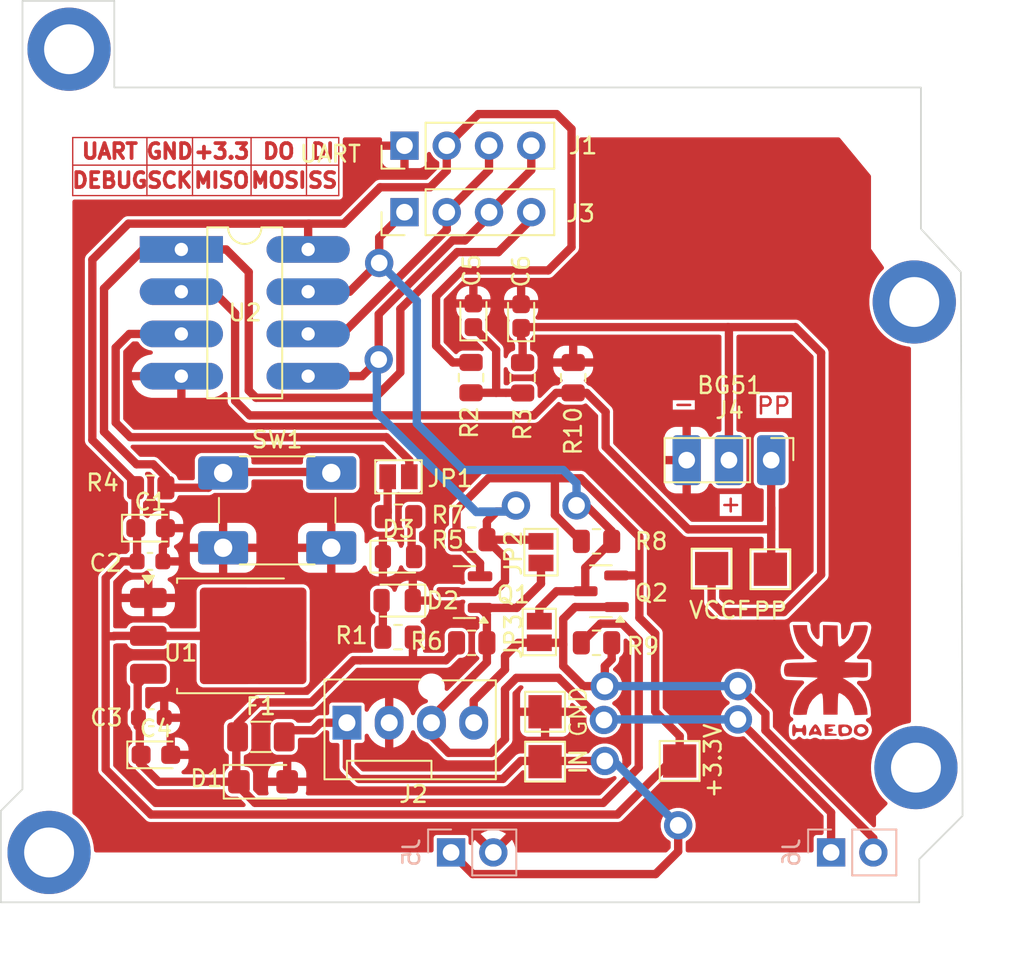
<source format=kicad_pcb>
(kicad_pcb (version 20241229) (generator "pcbnew") (generator_version "9.0")
  (layers (0 "F.Cu" signal) (2 "B.Cu" signal) (13 "F.Paste" user) (15 "B.Paste" user) (5 "F.SilkS" user "F.Silkscreen") (7 "B.SilkS" user "B.Silkscreen") (1 "F.Mask" user) (3 "B.Mask" user) (25 "Edge.Cuts" user))
  (net 0 "")
  (net 1 "Net-(C5-Pad1)")
  (net 2 "GND")
  (net 3 "/VDC_Filter")
  (net 4 "Net-(D3-A)")
  (net 5 "Net-(D2-A)")
  (net 6 "/SCK")
  (net 7 "/PP")
  (net 8 "/SS")
  (net 9 "Net-(JP1-A)")
  (net 10 "Net-(JP1-B)")
  (net 11 "+3.3V")
  (net 12 "+3.7V")
  (net 13 "/SDA_HV")
  (net 14 "/SCL_HV")
  (net 15 "/DO")
  (net 16 "/DI")
  (net 17 "/IN")
  (footprint "Fuse:Fuse_1206_3216Metric" (layer "F.Cu") (at 139.13 104.05)
    (property "Reference" "F1")
    (property "Value" "Fuse_Small")
  )
  (footprint "Package_TO_SOT_SMD:SOT-23" (layer "F.Cu") (at 151.3635 95.34375 180)
    (property "Reference" "Q1")
    (property "Value" "NMOS")
  )
  (footprint "Resistor_SMD:R_0805_2012Metric" (layer "F.Cu") (at 159.301 98.39375)
    (property "Reference" "R9")
    (property "Value" "10k")
  )
  (footprint "Connector_PinHeader_2.54mm:PinHeader_1x03_P2.54mm_Vertical" (layer "F.Cu") (at 169.8 87.41 -90)
    (property "Reference" "J4")
    (property "Value" "BG51")
  )
  (footprint "" (layer "F.Cu") (at 178.4 77.9)
    (property "Reference" "")
    (property "Value" "")
  )
  (footprint "Connector:FanPinHeader_1x04_P2.54mm_Vertical" (layer "F.Cu") (at 144.301 103.2)
    (property "Reference" "J2")
    (property "Value" "CONN")
  )
  (footprint "" (layer "F.Cu") (at 127.6 62.7)
    (property "Reference" "")
    (property "Value" "")
  )
  (footprint "Button_Switch_THT:SW_PUSH_6mm" (layer "F.Cu") (at 136.86 88.18)
    (property "Reference" "SW1")
    (property "Value" "Reset")
  )
  (footprint "Package_TO_SOT_SMD:TO-252-3_TabPin2" (layer "F.Cu") (at 137.4035 97.975)
    (property "Reference" "U1")
    (property "Value" "LM1117DT-3.3")
  )
  (footprint "Jumper:SolderJumper-2_P1.3mm_Open_Pad1.0x1.5mm" (layer "F.Cu") (at 155.9635 92.94375 -90)
    (property "Reference" "JP2")
    (property "Value" "SolderJumper_2_Open")
  )
  (footprint "Resistor_SMD:R_0805_2012Metric" (layer "F.Cu") (at 151.801 92.19375)
    (property "Reference" "R5")
    (property "Value" "10k")
  )
  (footprint "LED_SMD:LED_0805_2012Metric" (layer "F.Cu") (at 147.4 93.21)
    (property "Reference" "D3")
    (property "Value" "Test")
  )
  (footprint "Resistor_SMD:R_0805_2012Metric" (layer "F.Cu") (at 154.86 82.46 90)
    (property "Reference" "R3")
    (property "Value" "1.8k")
  )
  (footprint "Resistor_SMD:R_0805_2012Metric" (layer "F.Cu") (at 157.9 82.4525 90)
    (property "Reference" "R10")
    (property "Value" "10k")
  )
  (footprint "TestPoint:TestPoint_Pad_2.0x2.0mm" (layer "F.Cu") (at 156.21 102.54)
    (property "Reference" "GND")
    (property "Value" "Test_GND")
  )
  (footprint "Capacitor_SMD:C_0603_1608Metric" (layer "F.Cu") (at 132.4635 93.5)
    (property "Reference" "C2")
    (property "Value" "100nF")
  )
  (footprint "Capacitor_Tantalum_SMD:CP_EIA-2012-15_AVX-P" (layer "F.Cu") (at 132.501 91.5)
    (property "Reference" "C1")
    (property "Value" "10uF")
  )
  (footprint "Capacitor_Tantalum_SMD:CP_EIA-1608-08_AVX-J" (layer "F.Cu") (at 154.77 78.7475 90)
    (property "Reference" "C6")
    (property "Value" "4.7uF")
  )
  (footprint "TestPoint:TestPoint_Pad_2.0x2.0mm" (layer "F.Cu") (at 164.301 105.5)
    (property "Reference" "+3.3V")
    (property "Value" "Test_+3.3V")
  )
  (footprint "TestPoint:TestPoint_Pad_2.0x2.0mm" (layer "F.Cu") (at 169.75 93.97 180)
    (property "Reference" "PP")
    (property "Value" "Test_PP")
  )
  (footprint "LED_SMD:LED_0805_2012Metric" (layer "F.Cu") (at 147.3215 95.854 180)
    (property "Reference" "D2")
    (property "Value" "PW")
  )
  (footprint "Diode_SMD:D_SMF" (layer "F.Cu") (at 139.26 106.75)
    (property "Reference" "D1")
    (property "Value" "D_Shockley")
  )
  (footprint "Package_DIP:DIP-8_W7.62mm_LongPads" (layer "F.Cu") (at 134.35 74.74)
    (property "Reference" "U2")
    (property "Value" "ATtiny85-20S")
  )
  (footprint "image:utn" (layer "F.Cu") (at 173.362796 100.636581)
    (property "Reference" "G***" (hide yes))
    (property "Value" "LOGO" (hide yes))
  )
  (footprint "Capacitor_SMD:C_0603_1608Metric" (layer "F.Cu") (at 132.545 102.9)
    (property "Reference" "C3")
    (property "Value" "100nF")
  )
  (footprint "TestPoint:TestPoint_Pad_2.0x2.0mm" (layer "F.Cu") (at 166.22 93.93 180)
    (property "Reference" "VCCF")
    (property "Value" "Test_VCC_Filter")
  )
  (footprint "Package_TO_SOT_SMD:SOT-23" (layer "F.Cu") (at 159.5635 95.29375 180)
    (property "Reference" "Q2")
    (property "Value" "NMOS")
  )
  (footprint "Connector_PinHeader_2.54mm:PinHeader_1x04_P2.54mm_Vertical" (layer "F.Cu") (at 147.761 72.5 90)
    (property "Reference" "J3")
    (property "Value" "DEBUG")
  )
  (footprint "Resistor_SMD:R_0805_2012Metric" (layer "F.Cu") (at 151.76 82.4475 -90)
    (property "Reference" "R2")
    (property "Value" "1.8k")
  )
  (footprint "" (layer "F.Cu") (at 178.5 105.9)
    (property "Reference" "")
    (property "Value" "")
  )
  (footprint "Resistor_SMD:R_0805_2012Metric" (layer "F.Cu") (at 132.5075 89.07)
    (property "Reference" "R4")
    (property "Value" "4.7k")
  )
  (footprint "Capacitor_Tantalum_SMD:CP_EIA-1608-08_AVX-J" (layer "F.Cu") (at 151.901 78.7 90)
    (property "Reference" "C5")
    (property "Value" "4.7u")
  )
  (footprint "Resistor_SMD:R_0805_2012Metric" (layer "F.Cu") (at 159.301 92.29375)
    (property "Reference" "R8")
    (property "Value" "10k")
  )
  (footprint "Connector_PinHeader_2.54mm:PinHeader_1x04_P2.54mm_Vertical" (layer "F.Cu") (at 147.761 68.5 90)
    (property "Reference" "J1")
    (property "Value" "UART")
  )
  (footprint "" (layer "F.Cu") (at 126.4 111)
    (property "Reference" "")
    (property "Value" "")
  )
  (footprint "TestPoint:TestPoint_Pad_2.0x2.0mm" (layer "F.Cu") (at 156.21 105.54)
    (property "Reference" "IN")
    (property "Value" "Test_+3.7V")
  )
  (footprint "Resistor_SMD:R_0805_2012Metric" (layer "F.Cu") (at 147.3725 98.054 180)
    (property "Reference" "R1")
    (property "Value" "220")
  )
  (footprint "Resistor_SMD:R_0805_2012Metric" (layer "F.Cu") (at 147.4 90.81)
    (property "Reference" "R7")
    (property "Value" "220")
  )
  (footprint "Jumper:SolderJumper-2_P1.3mm_Open_Pad1.0x1.5mm" (layer "F.Cu") (at 155.8635 97.74375 -90)
    (property "Reference" "JP3")
    (property "Value" "SolderJumper_2_Open")
  )
  (footprint "Resistor_SMD:R_0805_2012Metric" (layer "F.Cu") (at 151.801 98.39375)
    (property "Reference" "R6")
    (property "Value" "10k")
  )
  (footprint "Capacitor_Tantalum_SMD:CP_EIA-2012-15_AVX-P" (layer "F.Cu") (at 132.82 105.13)
    (property "Reference" "C4")
    (property "Value" "10uF")
  )
  (footprint "Jumper:SolderJumper-2_P1.3mm_Open_Pad1.0x1.5mm" (layer "F.Cu") (at 147.4 88.41)
    (property "Reference" "JP1")
    (property "Value" "SolderJumper_2_Open")
  )
  (footprint "Connector_PinHeader_2.54mm:PinHeader_1x02_P2.54mm_Vertical" (layer "B.Cu") (at 150.56 111 -90)
    (property "Reference" "J5")
    (property "Value" "Conn_01x02_Pin")
  )
  (footprint "Connector_PinHeader_2.54mm:PinHeader_1x02_P2.54mm_Vertical" (layer "B.Cu") (at 173.4 111 -90)
    (property "Reference" "J6")
    (property "Value" "Conn_01x02_Pin")
  )
  (gr_poly (pts (xy 123.501 108.5) (xy 124.801 107.2) (xy 124.801 59.79) (xy 130.321 59.79) (xy 130.321 65) (xy 178.801 65) (xy 178.8 73.5) (xy 181.201 76.1) (xy 181.301 108.8) (xy 178.701 111.4) (xy 178.701 114) (xy 123.5 114)) (stroke (width 0.1)) (fill no) (layer "Edge.Cuts"))
  (gr_text "PP" (at 168.85 84.73 0) (layer "F.Cu") (effects (font (size 1 1)) (justify left bottom)))
  (gr_text "+" (at 166.65 90.62 0) (layer "F.Cu") (effects (font (size 1 1)) (justify left bottom)))
  (gr_text "-" (at 163.83 84.6 0) (layer "F.Cu") (effects (font (size 1 1)) (justify left bottom)))
  (table (column_count 5) (layer "F.Cu") (border (external yes) (header yes) (stroke (width 0.08))) (separators (rows yes) (cols yes) (stroke (width 0.08))) (column_widths 4.46 2.74 3.52 3.33 1.94) (row_heights 1.66 1.83) (cells (table_cell "UART" (start 127.82 68.01) (end 132.28 69.67) (margins 1.0025 1.0025 1.0025 1.0025) (span 1 1) (layer "F.Cu") (effects (font (size 0.9 0.9) (thickness 0.5) (bold yes)))) (table_cell "GND" (start 132.28 68.01) (end 135.02 69.67) (margins 1.0025 1.0025 1.0025 1.0025) (span 1 1) (layer "F.Cu") (effects (font (size 0.9 0.9) (thickness 0.5)))) (table_cell "+3.3" (start 135.02 68.01) (end 138.54 69.67) (margins 1.0025 1.0025 1.0025 1.0025) (span 1 1) (layer "F.Cu") (effects (font (size 0.9 0.9) (thickness 0.5)))) (table_cell "DO" (start 138.54 68.01) (end 141.87 69.67) (margins 1.0025 1.0025 1.0025 1.0025) (span 1 1) (layer "F.Cu") (effects (font (size 0.9 0.9) (thickness 0.5)))) (table_cell "DI" (start 141.87 68.01) (end 143.81 69.67) (margins 1.0025 1.0025 1.0025 1.0025) (span 1 1) (layer "F.Cu") (effects (font (size 0.9 0.9) (thickness 0.5)))) (table_cell "DEBUG" (start 127.82 69.67) (end 132.28 71.5) (margins 1.0025 1.0025 1.0025 1.0025) (span 1 1) (layer "F.Cu") (effects (font (size 0.9 0.9) (thickness 0.5) (bold yes)))) (table_cell "SCK" (start 132.28 69.67) (end 135.02 71.5) (margins 1.0025 1.0025 1.0025 1.0025) (span 1 1) (layer "F.Cu") (effects (font (size 0.9 0.9) (thickness 0.5)))) (table_cell "MISO" (start 135.02 69.67) (end 138.54 71.5) (margins 1.0025 1.0025 1.0025 1.0025) (span 1 1) (layer "F.Cu") (effects (font (size 0.9 0.9) (thickness 0.5)))) (table_cell "MOSI" (start 138.54 69.67) (end 141.87 71.5) (margins 1.0025 1.0025 1.0025 1.0025) (span 1 1) (layer "F.Cu") (effects (font (size 0.9 0.9) (thickness 0.5)))) (table_cell "SS" (start 141.87 69.67) (end 143.81 71.5) (margins 1.0025 1.0025 1.0025 1.0025) (span 1 1) (layer "F.Cu") (effects (font (size 0.9 0.9) (thickness 0.5))))))
  (segment (start 152.46 83.36) (end 153.27 83.36) (width 0.5) (layer "F.Cu") (net 1))
  (segment (start 153.27 83.36) (end 153.27 80.7815) (width 0.5) (layer "F.Cu") (net 1))
  (segment (start 153.86 83.36) (end 154.8475 83.36) (width 0.5) (layer "F.Cu") (net 1))
  (segment (start 153.27 83.36) (end 153.86 83.36) (width 0.5) (layer "F.Cu") (net 1))
  (segment (start 153.27 80.7815) (end 151.901 79.4125) (width 0.5) (layer "F.Cu") (net 1))
  (segment (start 154.8475 83.36) (end 154.86 83.3725) (width 0.5) (layer "F.Cu") (net 1))
  (segment (start 167.26 79.4625) (end 167.21 79.4125) (width 0.5) (layer "F.Cu") (net 3))
  (segment (start 154.86 81.5475) (end 154.9725 81.5475) (width 0.5) (layer "F.Cu") (net 3))
  (segment (start 154.77 79.46) (end 154.8175 79.4125) (width 0.5) (layer "F.Cu") (net 3))
  (segment (start 172.8 94.3) (end 170.55 96.55) (width 0.5) (layer "F.Cu") (net 3))
  (segment (start 167.21 79.4125) (end 171.2525 79.4125) (width 0.5) (layer "F.Cu") (net 3))
  (segment (start 170.55 96.55) (end 166.84 96.55) (width 0.5) (layer "F.Cu") (net 3))
  (segment (start 154.86 80.2715) (end 154.77 80.1815) (width 0.5) (layer "F.Cu") (net 3))
  (segment (start 154.8175 79.4125) (end 167.21 79.4125) (width 0.5) (layer "F.Cu") (net 3))
  (segment (start 166.22 93.4) (end 166.27 93.35) (width 0.5) (layer "F.Cu") (net 3))
  (segment (start 167.26 87.41) (end 167.26 79.4625) (width 0.5) (layer "F.Cu") (net 3))
  (segment (start 166.84 96.55) (end 166.22 95.93) (width 0.5) (layer "F.Cu") (net 3))
  (segment (start 166.22 95.93) (end 166.22 93.4) (width 0.5) (layer "F.Cu") (net 3))
  (segment (start 172.8 80.96) (end 172.8 94.3) (width 0.5) (layer "F.Cu") (net 3))
  (segment (start 154.86 81.5475) (end 154.86 80.2715) (width 0.5) (layer "F.Cu") (net 3))
  (segment (start 154.77 80.1815) (end 154.77 79.46) (width 0.5) (layer "F.Cu") (net 3))
  (segment (start 171.2525 79.4125) (end 172.8 80.96) (width 0.5) (layer "F.Cu") (net 3))
  (segment (start 148.1875 92.81) (end 148.1875 90.935) (width 0.5) (layer "F.Cu") (net 4))
  (segment (start 148.1875 90.935) (end 148.3125 90.81) (width 0.5) (layer "F.Cu") (net 4))
  (segment (start 146.384 95.854) (end 146.384 96.153) (width 0.5) (layer "F.Cu") (net 5))
  (segment (start 146.46 98.054) (end 146.46 95.93) (width 0.5) (layer "F.Cu") (net 5))
  (segment (start 146.46 95.93) (end 146.384 95.854) (width 0.2) (layer "F.Cu") (net 5))
  (segment (start 155.8635 97.09375) (end 155.8635 96.33125) (width 0.5) (layer "F.Cu") (net 6))
  (segment (start 160.2135 91.6735) (end 160.2135 92.29375) (width 0.5) (layer "F.Cu") (net 6))
  (segment (start 144.46 77.28) (end 141.97 77.28) (width 0.5) (layer "F.Cu") (net 6))
  (segment (start 146.23975 74.02125) (end 147.761 72.5) (width 0.5) (layer "F.Cu") (net 6))
  (segment (start 146.19 75.55) (end 144.46 77.28) (width 0.5) (layer "F.Cu") (net 6))
  (segment (start 158.626 95.29375) (end 158.626 93.88125) (width 0.5) (layer "F.Cu") (net 6))
  (segment (start 158.626 93.88125) (end 160.2135 92.29375) (width 0.5) (layer "F.Cu") (net 6))
  (segment (start 158.101 90.13) (end 158.67 90.13) (width 0.5) (layer "F.Cu") (net 6))
  (segment (start 146.23975 75.55) (end 146.23975 74.02125) (width 0.5) (layer "F.Cu") (net 6))
  (segment (start 155.8635 96.33125) (end 156.901 95.29375) (width 0.5) (layer "F.Cu") (net 6))
  (segment (start 158.67 90.13) (end 160.2135 91.6735) (width 0.5) (layer "F.Cu") (net 6))
  (segment (start 146.23975 75.55) (end 146.19 75.55) (width 0.5) (layer "F.Cu") (net 6))
  (segment (start 156.901 95.29375) (end 158.626 95.29375) (width 0.5) (layer "F.Cu") (net 6))
  (via (at 158.101 90.13) (size 1.7) (drill 1) (layers "F.Cu" "B.Cu") (net 6))
  (via (at 146.23975 75.55) (size 1.7) (drill 1) (layers "F.Cu" "B.Cu") (net 6))
  (segment (start 147.335977 76.646227) (end 146.23975 75.55) (width 0.5) (layer "B.Cu") (net 6))
  (segment (start 157.301 88) (end 151.301 88) (width 0.5) (layer "B.Cu") (net 6))
  (segment (start 158.101 88.8) (end 157.301 88) (width 0.5) (layer "B.Cu") (net 6))
  (segment (start 151.301 88) (end 148.5 85.199) (width 0.5) (layer "B.Cu") (net 6))
  (segment (start 147.335977 76.665977) (end 147.335977 76.646227) (width 0.5) (layer "B.Cu") (net 6))
  (segment (start 158.101 90.13) (end 158.101 88.8) (width 0.5) (layer "B.Cu") (net 6))
  (segment (start 148.5 77.83) (end 147.335977 76.665977) (width 0.5) (layer "B.Cu") (net 6))
  (segment (start 148.5 85.199) (end 148.5 77.83) (width 0.5) (layer "B.Cu") (net 6))
  (segment (start 169.75 93.97) (end 169.8 93.92) (width 0.5) (layer "F.Cu") (net 7))
  (segment (start 169.8 90.29) (end 169.8 87.41) (width 0.5) (layer "F.Cu") (net 7))
  (segment (start 159.85 84.51) (end 158.705 83.365) (width 0.5) (layer "F.Cu") (net 7))
  (segment (start 138.458612 84.718612) (end 155.531388 84.718612) (width 0.5) (layer "F.Cu") (net 7))
  (segment (start 156.885 83.365) (end 157.9 83.365) (width 0.5) (layer "F.Cu") (net 7))
  (segment (start 169.75 93.97) (end 169.75 93.76) (width 0.2) (layer "F.Cu") (net 7))
  (segment (start 169.8 93.92) (end 169.8 90.29) (width 0.5) (layer "F.Cu") (net 7))
  (segment (start 164.81 91.57) (end 159.85 86.61) (width 0.5) (layer "F.Cu") (net 7))
  (segment (start 169.8 91.57) (end 164.81 91.57) (width 0.5) (layer "F.Cu") (net 7))
  (segment (start 169.8 90.29) (end 169.8 91.57) (width 0.5) (layer "F.Cu") (net 7))
  (segment (start 136.28 77.28) (end 137.58 78.58) (width 0.5) (layer "F.Cu") (net 7))
  (segment (start 134.35 77.28) (end 136.28 77.28) (width 0.5) (layer "F.Cu") (net 7))
  (segment (start 137.58 78.58) (end 137.58 83.84) (width 0.5) (layer "F.Cu") (net 7))
  (segment (start 137.58 83.84) (end 138.458612 84.718612) (width 0.5) (layer "F.Cu") (net 7))
  (segment (start 155.531388 84.718612) (end 156.885 83.365) (width 0.5) (layer "F.Cu") (net 7))
  (segment (start 159.85 86.61) (end 159.85 84.51) (width 0.5) (layer "F.Cu") (net 7))
  (segment (start 169.75 93.76) (end 170.12 93.39) (width 0.2) (layer "F.Cu") (net 7))
  (segment (start 158.705 83.365) (end 157.9 83.365) (width 0.5) (layer "F.Cu") (net 7))
  (segment (start 137.04 74.74) (end 134.35 74.74) (width 0.5) (layer "F.Cu") (net 8))
  (segment (start 132.051364 74.74) (end 129.701 77.090364) (width 0.5) (layer "F.Cu") (net 8))
  (segment (start 135.97 89.07) (end 136.92 88.12) (width 0.5) (layer "F.Cu") (net 8))
  (segment (start 147.511 82.130017) (end 145.981017 83.66) (width 0.5) (layer "F.Cu") (net 8))
  (segment (start 155.381 72.5) (end 155.381 72.92) (width 0.5) (layer "F.Cu") (net 8))
  (segment (start 134.46 74.74) (end 132.051364 74.74) (width 0.5) (layer "F.Cu") (net 8))
  (segment (start 129.701 77.090364) (end 129.701 85.701) (width 0.5) (layer "F.Cu") (net 8))
  (segment (start 143.3 88.12) (end 143.36 88.18) (width 0.5) (layer "F.Cu") (net 8))
  (segment (start 138.84 83.66) (end 138.4 83.22) (width 0.5) (layer "F.Cu") (net 8))
  (segment (start 138.4 76.1) (end 137.04 74.74) (width 0.5) (layer "F.Cu") (net 8))
  (segment (start 155.381 72.92) (end 153.401 74.9) (width 0.5) (layer "F.Cu") (net 8))
  (segment (start 138.4 83.22) (end 138.4 76.1) (width 0.5) (layer "F.Cu") (net 8))
  (segment (start 129.701 85.701) (end 131.66 87.66) (width 0.5) (layer "F.Cu") (net 8))
  (segment (start 133.4135 88.4135) (end 133.4135 89.07) (width 0.5) (layer "F.Cu") (net 8))
  (segment (start 145.981017 83.66) (end 138.84 83.66) (width 0.5) (layer "F.Cu") (net 8))
  (segment (start 133.4135 89.07) (end 135.97 89.07) (width 0.5) (layer "F.Cu") (net 8))
  (segment (start 147.511 78.321728) (end 147.511 82.130017) (width 0.5) (layer "F.Cu") (net 8))
  (segment (start 153.401 74.9) (end 150.932728 74.9) (width 0.5) (layer "F.Cu") (net 8))
  (segment (start 150.932728 74.9) (end 147.511 78.321728) (width 0.5) (layer "F.Cu") (net 8))
  (segment (start 131.66 87.66) (end 132.66 87.66) (width 0.5) (layer "F.Cu") (net 8))
  (segment (start 136.92 88.12) (end 143.3 88.12) (width 0.5) (layer "F.Cu") (net 8))
  (segment (start 132.66 87.66) (end 133.4135 88.4135) (width 0.5) (layer "F.Cu") (net 8))
  (segment (start 146.75 90.5475) (end 146.4875 90.81) (width 0.5) (layer "F.Cu") (net 9))
  (segment (start 146.75 88.41) (end 146.75 90.5475) (width 0.5) (layer "F.Cu") (net 9))
  (segment (start 134.35 79.82) (end 134.49 79.96) (width 0.5) (layer "F.Cu") (net 10))
  (segment (start 131.28 86.03) (end 130.402 85.152) (width 0.5) (layer "F.Cu") (net 10))
  (segment (start 131.23 79.82) (end 134.35 79.82) (width 0.5) (layer "F.Cu") (net 10))
  (segment (start 130.402 85.152) (end 130.402 80.648) (width 0.5) (layer "F.Cu") (net 10))
  (segment (start 148.05 88.41) (end 148.05 87.41) (width 0.5) (layer "F.Cu") (net 10))
  (segment (start 134.49 79.96) (end 135.1 79.96) (width 0.5) (layer "F.Cu") (net 10))
  (segment (start 146.67 86.03) (end 131.28 86.03) (width 0.5) (layer "F.Cu") (net 10))
  (segment (start 148.05 87.41) (end 146.67 86.03) (width 0.5) (layer "F.Cu") (net 10))
  (segment (start 130.402 80.648) (end 131.23 79.82) (width 0.5) (layer "F.Cu") (net 10))
  (segment (start 131.5885 88.7885) (end 129 86.2) (width 0.5) (layer "F.Cu") (net 11))
  (segment (start 162.83 102.529) (end 164.301 104) (width 0.5) (layer "F.Cu") (net 11))
  (segment (start 152.201 66.6) (end 150.301 68.5) (width 0.5) (layer "F.Cu") (net 11))
  (segment (start 144.111 73.19) (end 146.301 71) (width 0.5) (layer "F.Cu") (net 11))
  (segment (start 131.7885 91.5) (end 131.595 91.3065) (width 0.5) (layer "F.Cu") (net 11))
  (segment (start 149.301 71) (end 150.301 70) (width 0.5) (layer "F.Cu") (net 11))
  (segment (start 129 86.2) (end 129 75.355159) (width 0.5) (layer "F.Cu") (net 11))
  (segment (start 162.83 97.84) (end 162.83 102.529) (width 0.5) (layer "F.Cu") (net 11))
  (segment (start 138.301 98.5575) (end 138.6635 98.92) (width 0.5) (layer "F.Cu") (net 11))
  (segment (start 142.01 73.19) (end 141.97 73.23) (width 0.5) (layer "F.Cu") (net 11))
  (segment (start 157.8 74.6) (end 157.8 67.5) (width 0.5) (layer "F.Cu") (net 11))
  (segment (start 152.801 88.5) (end 150.8885 90.4125) (width 0.5) (layer "F.Cu") (net 11))
  (segment (start 129.801 94.5) (end 130.801 93.5) (width 0.5) (layer "F.Cu") (net 11))
  (segment (start 160.501 94.34375) (end 161.72075 94.34375) (width 0.5) (layer "F.Cu") (net 11))
  (segment (start 150.8885 90.4125) (end 150.8885 92.19375) (width 0.5) (layer "F.Cu") (net 11))
  (segment (start 152.301 94.39375) (end 152.301 93.60625) (width 0.5) (layer "F.Cu") (net 11))
  (segment (start 132.521 108.72) (end 129.801 106) (width 0.5) (layer "F.Cu") (net 11))
  (segment (start 150.6665 81.535) (end 151.76 81.535) (width 0.5) (layer "F.Cu") (net 11))
  (segment (start 149.66 80.5285) (end 150.6665 81.535) (width 0.5) (layer "F.Cu") (net 11))
  (segment (start 156.4 76) (end 157.8 74.6) (width 0.5) (layer "F.Cu") (net 11))
  (segment (start 129.801 106) (end 129.801 98) (width 0.5) (layer "F.Cu") (net 11))
  (segment (start 163.77 105.5) (end 160.55 108.72) (width 0.5) (layer "F.Cu") (net 11))
  (segment (start 129.801 98) (end 129.801 94.5) (width 0.5) (layer "F.Cu") (net 11))
  (segment (start 164.301 104) (end 164.301 105.5) (width 0.5) (layer "F.Cu") (net 11))
  (segment (start 130.326 97.975) (end 132.3635 97.975) (width 0.5) (layer "F.Cu") (net 11))
  (segment (start 161.877 96.887) (end 162.83 97.84) (width 0.5) (layer "F.Cu") (net 11))
  (segment (start 152.301 93.60625) (end 150.8885 92.19375) (width 0.5) (layer "F.Cu") (net 11))
  (segment (start 161.877 94.5) (end 161.877 96.887) (width 0.5) (layer "F.Cu") (net 11))
  (segment (start 131.595 91.3065) (end 131.595 89.4065) (width 0.5) (layer "F.Cu") (net 11))
  (segment (start 146.301 71) (end 149.301 71) (width 0.5) (layer "F.Cu") (net 11))
  (segment (start 132.3635 97.975) (end 138.6635 97.975) (width 0.5) (layer "F.Cu") (net 11))
  (segment (start 158.3885 92.29375) (end 156.801 90.70625) (width 0.5) (layer "F.Cu") (net 11))
  (segment (start 132.3385 98) (end 132.3635 97.975) (width 0.5) (layer "F.Cu") (net 11))
  (segment (start 131.5885 89.4) (end 131.5885 88.7885) (width 0.5) (layer "F.Cu") (net 11))
  (segment (start 164.301 105.5) (end 163.77 105.5) (width 0.5) (layer "F.Cu") (net 11))
  (segment (start 130.301 98) (end 130.326 97.975) (width 0.5) (layer "F.Cu") (net 11))
  (segment (start 150.301 70) (end 150.301 68.5) (width 0.5) (layer "F.Cu") (net 11))
  (segment (start 131.595 89.4065) (end 131.5885 89.4) (width 0.5) (layer "F.Cu") (net 11))
  (segment (start 129.801 98) (end 130.301 98) (width 0.5) (layer "F.Cu") (net 11))
  (segment (start 151.21 76) (end 156.4 76) (width 0.5) (layer "F.Cu") (net 11))
  (segment (start 158.35 88.5) (end 152.801 88.5) (width 0.5) (layer "F.Cu") (net 11))
  (segment (start 131.165159 73.19) (end 142.01 73.19) (width 0.5) (layer "F.Cu") (net 11))
  (segment (start 156.801 90.70625) (end 156.801 88.5) (width 0.5) (layer "F.Cu") (net 11))
  (segment (start 131.6885 91.6) (end 131.7885 91.5) (width 0.5) (layer "F.Cu") (net 11))
  (segment (start 156.9 66.6) (end 152.201 66.6) (width 0.5) (layer "F.Cu") (net 11))
  (segment (start 161.72075 94.34375) (end 161.877 94.5) (width 0.5) (layer "F.Cu") (net 11))
  (segment (start 157.8 67.5) (end 156.9 66.6) (width 0.5) (layer "F.Cu") (net 11))
  (segment (start 131.6885 93.5) (end 131.6885 91.6) (width 0.5) (layer "F.Cu") (net 11))
  (segment (start 141.97 73.23) (end 141.97 74.74) (width 0.5) (layer "F.Cu") (net 11))
  (segment (start 161.877 94.5) (end 161.877 92.027) (width 0.5) (layer "F.Cu") (net 11))
  (segment (start 131.7885 93.4) (end 131.6885 93.5) (width 0.5) (layer "F.Cu") (net 11))
  (segment (start 160.55 108.72) (end 132.521 108.72) (width 0.5) (layer "F.Cu") (net 11))
  (segment (start 129 75.355159) (end 131.165159 73.19) (width 0.5) (layer "F.Cu") (net 11))
  (segment (start 149.66 77.55) (end 151.21 76) (width 0.5) (layer "F.Cu") (net 11))
  (segment (start 142.01 73.19) (end 144.111 73.19) (width 0.5) (layer "F.Cu") (net 11))
  (segment (start 130.801 93.5) (end 131.6885 93.5) (width 0.5) (layer "F.Cu") (net 11))
  (segment (start 161.877 92.027) (end 158.35 88.5) (width 0.5) (layer "F.Cu") (net 11))
  (segment (start 149.66 80.5285) (end 149.66 77.55) (width 0.5) (layer "F.Cu") (net 11))
  (segment (start 142.16 101.98) (end 144.69625 99.44375) (width 0.5) (layer "F.Cu") (net 12))
  (segment (start 137.7 104.02) (end 137.73 104.05) (width 0.5) (layer "F.Cu") (net 12))
  (segment (start 137.51 106.75) (end 132.976 106.75) (width 0.5) (layer "F.Cu") (net 12))
  (segment (start 159.5385 97.24375) (end 160.851 97.24375) (width 0.5) (layer "F.Cu") (net 12))
  (segment (start 132.976 106.75) (end 131.851 105.625) (width 0.5) (layer "F.Cu") (net 12))
  (segment (start 161.84 98.23275) (end 161.84 105.88) (width 0.5) (layer "F.Cu") (net 12))
  (segment (start 131.726 103.4) (end 131.726 100.8925) (width 0.5) (layer "F.Cu") (net 12))
  (segment (start 148.285 98.82) (end 148.285 98.054) (width 0.5) (layer "F.Cu") (net 12))
  (segment (start 158.3885 98.39375) (end 159.5385 97.24375) (width 0.5) (layer "F.Cu") (net 12))
  (segment (start 161.84 105.88) (end 159.7 108.02) (width 0.5) (layer "F.Cu") (net 12))
  (segment (start 131.851 103.525) (end 131.726 103.4) (width 0.5) (layer "F.Cu") (net 12))
  (segment (start 131.726 100.8925) (end 132.3635 100.255) (width 0.5) (layer "F.Cu") (net 12))
  (segment (start 150.251 99.44375) (end 150.8885 98.80625) (width 0.5) (layer "F.Cu") (net 12))
  (segment (start 137.81 106.75) (end 137.651 106.591) (width 0.5) (layer "F.Cu") (net 12))
  (segment (start 137.73 103.2335) (end 138.9835 101.98) (width 0.5) (layer "F.Cu") (net 12))
  (segment (start 138.9835 101.98) (end 142.16 101.98) (width 0.5) (layer "F.Cu") (net 12))
  (segment (start 138.78 108.02) (end 137.51 106.75) (width 0.5) (layer "F.Cu") (net 12))
  (segment (start 131.851 105.1) (end 131.851 103.525) (width 0.5) (layer "F.Cu") (net 12))
  (segment (start 131.851 105.625) (end 131.851 105.1) (width 0.5) (layer "F.Cu") (net 12))
  (segment (start 159.7 108.02) (end 138.78 108.02) (width 0.5) (layer "F.Cu") (net 12))
  (segment (start 148.269 98.836) (end 148.285 98.82) (width 0.5) (layer "F.Cu") (net 12))
  (segment (start 137.4635 104) (end 137.4635 103.8365) (width 0.5) (layer "F.Cu") (net 12))
  (segment (start 137.651 106.591) (end 137.651 104.1875) (width 0.5) (layer "F.Cu") (net 12))
  (segment (start 160.851 97.24375) (end 161.84 98.23275) (width 0.5) (layer "F.Cu") (net 12))
  (segment (start 137.73 104.05) (end 137.73 103.2335) (width 0.5) (layer "F.Cu") (net 12))
  (segment (start 137.651 104.1875) (end 137.4635 104) (width 0.5) (layer "F.Cu") (net 12))
  (segment (start 145.11 99.44375) (end 150.251 99.44375) (width 0.5) (layer "F.Cu") (net 12))
  (segment (start 144.69625 99.44375) (end 145.11 99.44375) (width 0.5) (layer "F.Cu") (net 12))
  (segment (start 148.269 99.39775) (end 148.269 98.836) (width 0.5) (layer "F.Cu") (net 12))
  (segment (start 150.8885 98.80625) (end 150.8885 98.39375) (width 0.5) (layer "F.Cu") (net 12))
  (segment (start 137.7 103.6) (end 137.7 104.02) (width 0.5) (layer "F.Cu") (net 12))
  (segment (start 152.98 105.01) (end 153.801 104.189) (width 0.5) (layer "F.Cu") (net 13))
  (segment (start 155.9635 94.8375) (end 155.9635 93.59375) (width 0.5) (layer "F.Cu") (net 13))
  (segment (start 153.801 104.189) (end 153.801 101.190672) (width 0.5) (layer "F.Cu") (net 13))
  (segment (start 152.301 96.29375) (end 154.50725 96.29375) (width 0.5) (layer "F.Cu") (net 13))
  (segment (start 149.381 103.2) (end 149.381 103.42) (width 0.5) (layer "F.Cu") (net 13))
  (segment (start 149.381 103.2) (end 149.381 103.981) (width 0.5) (layer "F.Cu") (net 13))
  (segment (start 152.7135 98.39375) (end 152.8135 98.49375) (width 0.5) (layer "F.Cu") (net 13))
  (segment (start 167.801 103) (end 173.4 108.599) (width 0.5) (layer "F.Cu") (net 13))
  (segment (start 154.50725 96.29375) (end 155.9635 94.8375) (width 0.5) (layer "F.Cu") (net 13))
  (segment (start 153.801 101.190672) (end 154.491672 100.5) (width 0.5) (layer "F.Cu") (net 13))
  (segment (start 173.4 108.599) (end 173.4 111) (width 0.5) (layer "F.Cu") (net 13))
  (segment (start 149.381 103.2) (end 149.381 102.89375) (width 0.5) (layer "F.Cu") (net 13))
  (segment (start 149.381 103.981) (end 150.41 105.01) (width 0.5) (layer "F.Cu") (net 13))
  (segment (start 152.7135 99.56125) (end 152.7135 98.39375) (width 0.5) (layer "F.Cu") (net 13))
  (segment (start 152.301 96.29375) (end 152.7135 96.70625) (width 0.5) (layer "F.Cu") (net 13))
  (segment (start 150.41 105.01) (end 152.98 105.01) (width 0.5) (layer "F.Cu") (net 13))
  (segment (start 154.491672 100.5) (end 157.015886 100.5) (width 0.5) (layer "F.Cu") (net 13))
  (segment (start 159.549115 103.033229) (end 159.747505 103.033229) (width 0.5) (layer "F.Cu") (net 13))
  (segment (start 157.015886 100.5) (end 159.549115 103.033229) (width 0.5) (layer "F.Cu") (net 13))
  (segment (start 152.7135 96.70625) (end 152.7135 98.39375) (width 0.5) (layer "F.Cu") (net 13))
  (segment (start 149.381 102.89375) (end 152.7135 99.56125) (width 0.5) (layer "F.Cu") (net 13))
  (segment (start 149.381 103.42) (end 149.301 103.5) (width 0.5) (layer "F.Cu") (net 13))
  (via (at 159.747505 103.033229) (size 1.7) (drill 1) (layers "F.Cu" "B.Cu") (net 13))
  (via (at 167.801 103) (size 1.7) (drill 1) (layers "F.Cu" "B.Cu") (net 13))
  (segment (start 167.801 103) (end 159.780734 103) (width 0.5) (layer "B.Cu") (net 13))
  (segment (start 159.780734 103) (end 159.747505 103.033229) (width 0.5) (layer "B.Cu") (net 13))
  (segment (start 151.921 103.2) (end 151.921 101.88) (width 0.5) (layer "F.Cu") (net 14))
  (segment (start 157.301 98.5) (end 157.19475 98.39375) (width 0.5) (layer "F.Cu") (net 14))
  (segment (start 159.801 99.79375) (end 159.801 101) (width 0.5) (layer "F.Cu") (net 14))
  (segment (start 158.50725 101) (end 157.301 99.79375) (width 0.5) (layer "F.Cu") (net 14))
  (segment (start 153.801 100) (end 153.801 99.19375) (width 0.5) (layer "F.Cu") (net 14))
  (segment (start 157.19475 98.39375) (end 155.8635 98.39375) (width 0.5) (layer "F.Cu") (net 14))
  (segment (start 169.453219 102.652219) (end 169.453219 103.660855) (width 0.5) (layer "F.Cu") (net 14))
  (segment (start 151.921 101.88) (end 153.801 100) (width 0.5) (layer "F.Cu") (net 14))
  (segment (start 175.94 110.147636) (end 175.94 111) (width 0.5) (layer "F.Cu") (net 14))
  (segment (start 159.801 99.79375) (end 160.2135 99.38125) (width 0.5) (layer "F.Cu") (net 14))
  (segment (start 155.8135 98.44375) (end 155.8635 98.39375) (width 0.5) (layer "F.Cu") (net 14))
  (segment (start 167.801 101) (end 169.453219 102.652219) (width 0.5) (layer "F.Cu") (net 14))
  (segment (start 154.601 98.39375) (end 155.8635 98.39375) (width 0.5) (layer "F.Cu") (net 14))
  (segment (start 157.301 96.95625) (end 158.0135 96.24375) (width 0.5) (layer "F.Cu") (net 14))
  (segment (start 169.453219 103.660855) (end 175.94 110.147636) (width 0.5) (layer "F.Cu") (net 14))
  (segment (start 159.801 101) (end 158.50725 101) (width 0.5) (layer "F.Cu") (net 14))
  (segment (start 160.2135 99.38125) (end 160.2135 98.39375) (width 0.5) (layer "F.Cu") (net 14))
  (segment (start 153.801 99.19375) (end 154.601 98.39375) (width 0.5) (layer "F.Cu") (net 14))
  (segment (start 157.301 99.79375) (end 157.301 98.5) (width 0.5) (layer "F.Cu") (net 14))
  (segment (start 158.0135 96.24375) (end 160.501 96.24375) (width 0.5) (layer "F.Cu") (net 14))
  (segment (start 157.301 98.5) (end 157.301 96.95625) (width 0.5) (layer "F.Cu") (net 14))
  (via (at 159.801 101) (size 1.7) (drill 1) (layers "F.Cu" "B.Cu") (net 14))
  (via (at 167.801 101) (size 1.7) (drill 1) (layers "F.Cu" "B.Cu") (net 14))
  (segment (start 167.801 101) (end 167.597504 100.796504) (width 0.5) (layer "B.Cu") (net 14))
  (segment (start 159.801 101) (end 167.801 101) (width 0.5) (layer "B.Cu") (net 14))
  (segment (start 150.301 73.549) (end 144.03 79.82) (width 0.5) (layer "F.Cu") (net 15))
  (segment (start 150.301 72.5) (end 150.301 73.549) (width 0.5) (layer "F.Cu") (net 15))
  (segment (start 152.841 69.96) (end 152.841 68.5) (width 0.5) (layer "F.Cu") (net 15))
  (segment (start 150.301 72.5) (end 152.841 69.96) (width 0.5) (layer "F.Cu") (net 15))
  (segment (start 144.03 79.82) (end 143.67 79.82) (width 0.5) (layer "F.Cu") (net 15))
  (segment (start 143.67 79.82) (end 141.97 79.82) (width 0.2) (layer "F.Cu") (net 15))
  (segment (start 154.46 90.14) (end 154.1 90.5) (width 0.5) (layer "F.Cu") (net 16))
  (segment (start 146.21 78.631364) (end 150.642364 74.199) (width 0.5) (layer "F.Cu") (net 16))
  (segment (start 152.7135 92.19375) (end 155.8635 92.19375) (width 0.5) (layer "F.Cu") (net 16))
  (segment (start 153.301 90.5) (end 152.7135 91.0875) (width 0.5) (layer "F.Cu") (net 16))
  (segment (start 152.841 72.5) (end 152.31 72.5) (width 0.5) (layer "F.Cu") (net 16))
  (segment (start 152.841 72.749) (end 152.841 72.5) (width 0.5) (layer "F.Cu") (net 16))
  (segment (start 150.642364 74.199) (end 151.391 74.199) (width 0.5) (layer "F.Cu") (net 16))
  (segment (start 155.381 69.96) (end 155.381 68.5) (width 0.5) (layer "F.Cu") (net 16))
  (segment (start 146.21 81.36) (end 145.21 82.36) (width 0.5) (layer "F.Cu") (net 16))
  (segment (start 152.7135 91.0875) (end 152.7135 92.19375) (width 0.5) (layer "F.Cu") (net 16))
  (segment (start 146.21 81.36) (end 146.21 78.631364) (width 0.5) (layer "F.Cu") (net 16))
  (segment (start 150.426 95.34375) (end 153.151 95.34375) (width 0.5) (layer "F.Cu") (net 16))
  (segment (start 153.801 94.69375) (end 153.801 93.28125) (width 0.5) (layer "F.Cu") (net 16))
  (segment (start 154.1 90.5) (end 153.301 90.5) (width 0.5) (layer "F.Cu") (net 16))
  (segment (start 145.21 82.36) (end 141.97 82.36) (width 0.5) (layer "F.Cu") (net 16))
  (segment (start 152.841 72.5) (end 155.381 69.96) (width 0.5) (layer "F.Cu") (net 16))
  (segment (start 153.801 93.28125) (end 152.7135 92.19375) (width 0.5) (layer "F.Cu") (net 16))
  (segment (start 155.8635 92.19375) (end 155.9635 92.29375) (width 0.5) (layer "F.Cu") (net 16))
  (segment (start 153.151 95.34375) (end 153.801 94.69375) (width 0.5) (layer "F.Cu") (net 16))
  (segment (start 151.391 74.199) (end 152.841 72.749) (width 0.5) (layer "F.Cu") (net 16))
  (via (at 154.46 90.14) (size 1.7) (drill 1) (layers "F.Cu" "B.Cu") (net 16))
  (via (at 146.21 81.36) (size 1.7) (drill 1) (layers "F.Cu" "B.Cu") (net 16))
  (segment (start 152.99 90.53) (end 152.08 90.53) (width 0.5) (layer "B.Cu") (net 16))
  (segment (start 152.08 90.53) (end 146.1 84.55) (width 0.5) (layer "B.Cu") (net 16))
  (segment (start 146.1 81.47) (end 146.21 81.36) (width 0.5) (layer "B.Cu") (net 16))
  (segment (start 154.46 90.14) (end 154.1 90.5) (width 0.5) (layer "B.Cu") (net 16))
  (segment (start 146.1 84.55) (end 146.1 81.47) (width 0.5) (layer "B.Cu") (net 16))
  (segment (start 154.1 90.5) (end 152.301 90.5) (width 0.5) (layer "B.Cu") (net 16))
  (segment (start 151.861 112.301) (end 150.56 111) (width 0.5) (layer "F.Cu") (net 17))
  (segment (start 144.301 103.2) (end 144.201 103.2) (width 0.5) (layer "F.Cu") (net 17))
  (segment (start 153.67 106.58) (end 154.75 105.5) (width 0.5) (layer "F.Cu") (net 17))
  (segment (start 140.55 103.65) (end 140.5 103.6) (width 0.5) (layer "F.Cu") (net 17))
  (segment (start 164.21 109.37) (end 164.21 110.94) (width 0.5) (layer "F.Cu") (net 17))
  (segment (start 155.801 105.5) (end 159.801 105.5) (width 0.5) (layer "F.Cu") (net 17))
  (segment (start 162.849 112.301) (end 151.861 112.301) (width 0.5) (layer "F.Cu") (net 17))
  (segment (start 144.301 103.2) (end 144.301 105.851) (width 0.5) (layer "F.Cu") (net 17))
  (segment (start 144.301 105.851) (end 145.03 106.58) (width 0.5) (layer "F.Cu") (net 17))
  (segment (start 142.71 103.2) (end 142.26 103.65) (width 0.5) (layer "F.Cu") (net 17))
  (segment (start 144.301 103.2) (end 142.71 103.2) (width 0.5) (layer "F.Cu") (net 17))
  (segment (start 144.201 103.2) (end 143.901 103.5) (width 0.5) (layer "F.Cu") (net 17))
  (segment (start 145.03 106.58) (end 153.67 106.58) (width 0.5) (layer "F.Cu") (net 17))
  (segment (start 154.75 105.5) (end 155.801 105.5) (width 0.5) (layer "F.Cu") (net 17))
  (segment (start 164.21 110.94) (end 162.849 112.301) (width 0.5) (layer "F.Cu") (net 17))
  (segment (start 142.26 103.65) (end 140.55 103.65) (width 0.5) (layer "F.Cu") (net 17))
  (via (at 164.21 109.37) (size 1.7) (drill 1) (layers "F.Cu" "B.Cu") (net 17))
  (via (at 159.801 105.5) (size 1.7) (drill 1) (layers "F.Cu" "B.Cu") (net 17))
  (segment (start 159.801 105.5) (end 160.34 105.5) (width 0.5) (layer "B.Cu") (net 17))
  (segment (start 160.34 105.5) (end 164.21 109.37) (width 0.5) (layer "B.Cu") (net 17))
  (zone (net 2) (net_name "GND") (layer "F.Cu") (name "GND") (priority 1) (connect_pads (clearance 0)) (min_thickness 0.25) (fill yes (thermal_gap 0.5) (thermal_bridge_width 0.5))
    (polygon (pts (xy 127.8 68) (xy 173.9 68) (xy 175.8 70.3) (xy 175.8 74.7) (xy 178.2 78.1) (xy 178.2 106.7) (xy 176.1 108.8) (xy 176.1 111) (xy 127.801 111)))
  )
)
</source>
